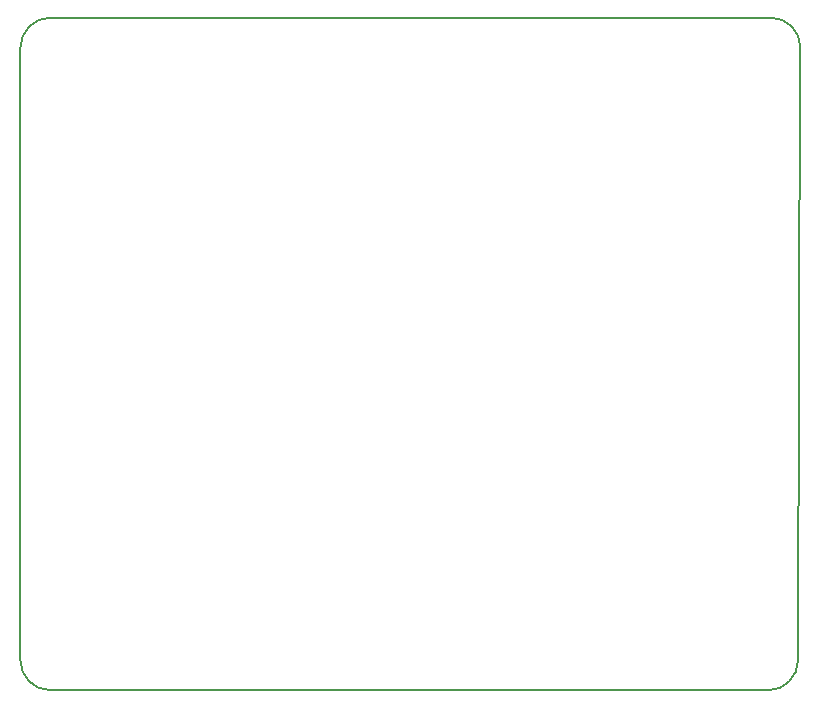
<source format=gbr>
%TF.GenerationSoftware,KiCad,Pcbnew,5.1.8-db9833491~88~ubuntu20.04.1*%
%TF.CreationDate,2020-12-03T17:21:22-07:00*%
%TF.ProjectId,Sound-Clock-Board,536f756e-642d-4436-9c6f-636b2d426f61,rev?*%
%TF.SameCoordinates,Original*%
%TF.FileFunction,Profile,NP*%
%FSLAX46Y46*%
G04 Gerber Fmt 4.6, Leading zero omitted, Abs format (unit mm)*
G04 Created by KiCad (PCBNEW 5.1.8-db9833491~88~ubuntu20.04.1) date 2020-12-03 17:21:22*
%MOMM*%
%LPD*%
G01*
G04 APERTURE LIST*
%TA.AperFunction,Profile*%
%ADD10C,0.150000*%
%TD*%
G04 APERTURE END LIST*
D10*
X-63500000Y200000D02*
G75*
G02*
X-66040000Y2740000I0J2540000D01*
G01*
X-66040000Y54610000D02*
X-66040000Y2740000D01*
X0Y54610000D02*
X-200000Y2740000D01*
X-63500000Y200000D02*
X-2740000Y200000D01*
X-200000Y2740000D02*
G75*
G02*
X-2740000Y200000I-2540000J0D01*
G01*
X-63500000Y57150000D02*
X-2540000Y57150000D01*
X-66040000Y54610000D02*
G75*
G02*
X-63500000Y57150000I2540000J0D01*
G01*
X-2540000Y57150000D02*
G75*
G02*
X0Y54610000I0J-2540000D01*
G01*
M02*

</source>
